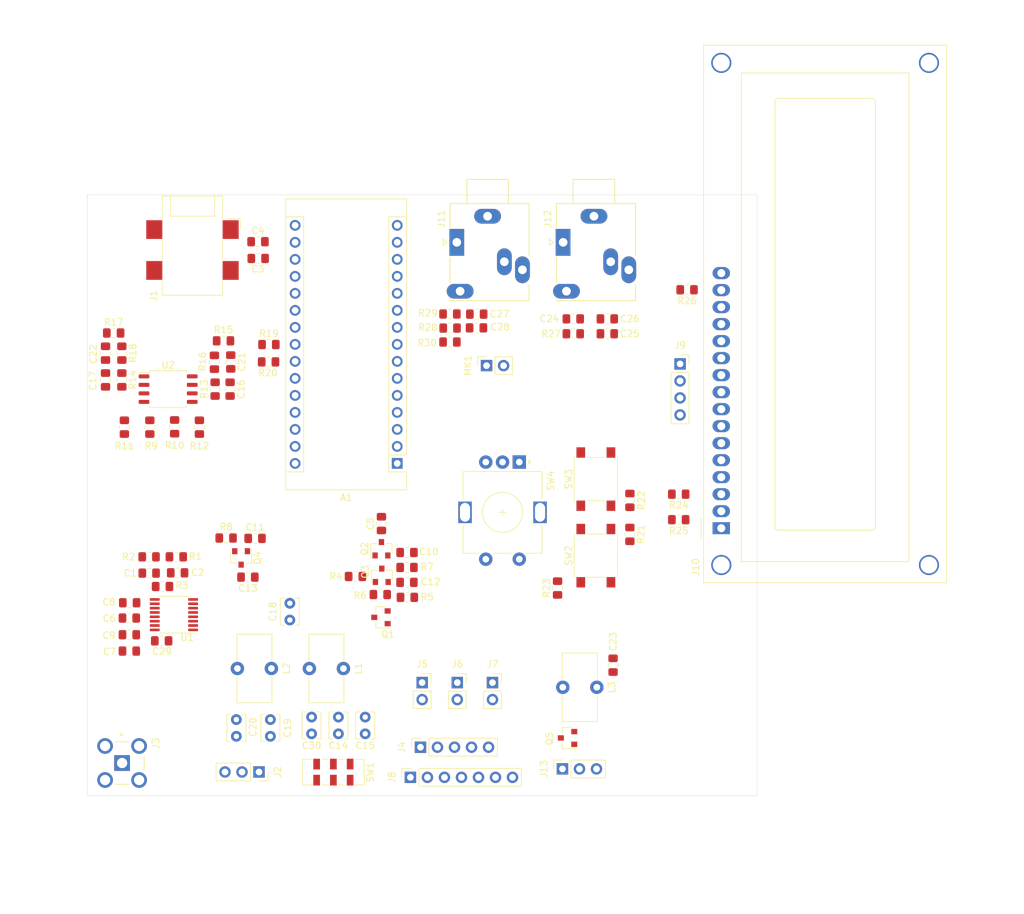
<source format=kicad_pcb>
(kicad_pcb (version 20171130) (host pcbnew 5.1.6+dfsg1-1)
  (layers (0 F.Cu signal) (1 In1.Cu power) (2 In2.Cu power) (31 B.Cu signal) (34 B.Paste user) (35 F.Paste user) (36 B.SilkS user) (37 F.SilkS user) (38 B.Mask user) (39 F.Mask user) (44 Edge.Cuts user))
  (net 0 "")
  (net 1 DIT)
  (net 2 DAH)
  (net 3 +12V)
  (net 4 SIG_OUT)
  (net 5 GND)
  (net 6 KEY_OUT)
  (net 7 "Net-(A1-Pad28)")
  (net 8 SIDETONE)
  (net 9 +5V)
  (net 10 RX)
  (net 11 "Net-(A1-Pad26)")
  (net 12 ROT_B)
  (net 13 "Net-(A1-Pad25)")
  (net 14 ROT_A)
  (net 15 SCL_3V3)
  (net 16 FREQCNT)
  (net 17 LCD_RS)
  (net 18 LCD_EN)
  (net 19 BUTTONS)
  (net 20 LCD_D7)
  (net 21 DVM)
  (net 22 LCD_D6)
  (net 23 AUDIO2)
  (net 24 AUDIO1)
  (net 25 "Net-(A1-Pad3)")
  (net 26 AREF)
  (net 27 LCD_D4)
  (net 28 +3V3)
  (net 29 LCD_D5)
  (net 30 "Net-(C1-Pad1)")
  (net 31 "Net-(C2-Pad2)")
  (net 32 demodIN)
  (net 33 180deg)
  (net 34 90deg)
  (net 35 270deg)
  (net 36 0deg)
  (net 37 "Net-(C10-Pad2)")
  (net 38 GateDrive)
  (net 39 "Net-(C12-Pad1)")
  (net 40 "Net-(C13-Pad2)")
  (net 41 RF)
  (net 42 "Net-(C14-Pad2)")
  (net 43 "Net-(C15-Pad2)")
  (net 44 "Net-(C16-Pad2)")
  (net 45 "Net-(C16-Pad1)")
  (net 46 "Net-(C17-Pad2)")
  (net 47 "Net-(C17-Pad1)")
  (net 48 "Net-(C18-Pad1)")
  (net 49 "Net-(C19-Pad1)")
  (net 50 "Net-(C24-Pad2)")
  (net 51 "Net-(C25-Pad1)")
  (net 52 "Net-(J1-Pad3)")
  (net 53 "Net-(J2-Pad3)")
  (net 54 "Net-(J2-Pad1)")
  (net 55 "Net-(J3-Pad1)")
  (net 56 "Net-(J4-Pad1)")
  (net 57 CLK0)
  (net 58 CLK1)
  (net 59 CLK2)
  (net 60 "Net-(J10-Pad15)")
  (net 61 "Net-(J10-Pad10)")
  (net 62 "Net-(J10-Pad9)")
  (net 63 "Net-(J10-Pad8)")
  (net 64 "Net-(J10-Pad7)")
  (net 65 "Net-(J10-Pad3)")
  (net 66 "Net-(J11-PadRN)")
  (net 67 "Net-(J11-PadTN)")
  (net 68 "Net-(J12-PadRN)")
  (net 69 "Net-(J12-PadTN)")
  (net 70 "Net-(Q1-Pad3)")
  (net 71 "Net-(Q1-Pad2)")
  (net 72 "Net-(R10-Pad2)")
  (net 73 "Net-(R11-Pad2)")
  (net 74 "Net-(R21-Pad2)")
  (net 75 "Net-(R22-Pad2)")
  (net 76 "Net-(U1-Pad7)")
  (net 77 "Net-(U1-Pad6)")
  (net 78 "Net-(U1-Pad5)")
  (net 79 "Net-(U1-Pad4)")
  (net 80 "Net-(U1-Pad3)")
  (module eec:Molex-73100-0114-0-0-0 (layer F.Cu) (at 90.34 138.26 270)
    (fp_text reference J3 (at -3.9 -9.25 90) (layer F.SilkS) (effects (justify right)))
    (fp_text value Antenna)
    (pad 5 thru_hole circle (at 2.54 -1.68 270) (size 2.34 2.34) (drill 1.54) (layers *.Cu))
    (pad 3 thru_hole circle (at 2.54 -6.76 270) (size 2.34 2.34) (drill 1.54) (layers *.Cu))
    (pad 4 thru_hole circle (at -2.54 -1.68 270) (size 2.34 2.34) (drill 1.54) (layers *.Cu))
    (pad 2 thru_hole circle (at -2.54 -6.76 270) (size 2.34 2.34) (drill 1.54) (layers *.Cu) (net 5 GND))
    (pad 1 thru_hole rect (at 0 -4.22 270) (size 2.34 2.34) (drill 1.54) (layers *.Cu) (net 55 "Net-(J3-Pad1)"))
  )
  (module Rotary_Encoder:RotaryEncoder_Alps_EC11E-Switch_Vertical_H20mm (layer F.Cu) (at 153.85 93.32 270)
    (fp_text reference SW4 (at 2.8 -4.7 90) (layer F.SilkS))
    (fp_text value "Rotary Encoder")
    (pad A thru_hole rect (at 0 0 270) (size 2 2) (drill 1) (layers *.Cu *.Mask) (net 14 ROT_A))
    (pad C thru_hole circle (at 0 2.5 270) (size 2 2) (drill 1) (layers *.Cu *.Mask) (net 5 GND))
    (pad B thru_hole circle (at 0 5 270) (size 2 2) (drill 1) (layers *.Cu *.Mask) (net 12 ROT_B))
    (pad MP thru_hole rect (at 7.5 -3.1 270) (size 3.2 2) (drill oval 2.8 1.5) (layers *.Cu *.Mask))
    (pad MP thru_hole rect (at 7.5 8.1 270) (size 3.2 2) (drill oval 2.8 1.5) (layers *.Cu *.Mask))
    (pad S2 thru_hole circle (at 14.5 0 270) (size 2 2) (drill 1) (layers *.Cu *.Mask) (net 19 BUTTONS))
    (pad S1 thru_hole circle (at 14.5 5 270) (size 2 2) (drill 1) (layers *.Cu *.Mask) (net 9 +5V))
  )
  (module Connector_PinSocket_2.54mm:PinSocket_1x04_P2.54mm_Vertical (layer F.Cu) (at 177.85 78.65)
    (fp_text reference J9 (at 0 -2.77) (layer F.SilkS))
    (fp_text value "SSD1306 OLED and I2C out")
    (pad 4 thru_hole oval (at 0 7.62) (size 1.7 1.7) (drill 1) (layers *.Cu *.Mask) (net 17 LCD_RS))
    (pad 3 thru_hole oval (at 0 5.08) (size 1.7 1.7) (drill 1) (layers *.Cu *.Mask) (net 15 SCL_3V3))
    (pad 2 thru_hole oval (at 0 2.54) (size 1.7 1.7) (drill 1) (layers *.Cu *.Mask) (net 28 +3V3))
    (pad 1 thru_hole rect (at 0 0) (size 1.7 1.7) (drill 1) (layers *.Cu *.Mask) (net 5 GND))
  )
  (module Display:WC1602A (layer F.Cu) (at 184.005 103.19 90)
    (fp_text reference J10 (at -5.82 -3.81 90) (layer F.SilkS))
    (fp_text value 1602LCD)
    (pad "" thru_hole circle (at 69.5 0 90) (size 3 3) (drill 2.5) (layers *.Cu *.Mask))
    (pad "" thru_hole circle (at 69.49948 31.0007 90) (size 3 3) (drill 2.5) (layers *.Cu *.Mask))
    (pad "" thru_hole circle (at -5.4991 31.0007 90) (size 3 3) (drill 2.5) (layers *.Cu *.Mask))
    (pad "" thru_hole circle (at -5.4991 0 90) (size 3 3) (drill 2.5) (layers *.Cu *.Mask))
    (pad 16 thru_hole oval (at 38.1 0 90) (size 1.8 2.6) (drill 1.2) (layers *.Cu *.Mask) (net 5 GND))
    (pad 15 thru_hole oval (at 35.56 0 90) (size 1.8 2.6) (drill 1.2) (layers *.Cu *.Mask) (net 60 "Net-(J10-Pad15)"))
    (pad 14 thru_hole oval (at 33.02 0 90) (size 1.8 2.6) (drill 1.2) (layers *.Cu *.Mask) (net 20 LCD_D7))
    (pad 13 thru_hole oval (at 30.48 0 90) (size 1.8 2.6) (drill 1.2) (layers *.Cu *.Mask) (net 22 LCD_D6))
    (pad 12 thru_hole oval (at 27.94 0 90) (size 1.8 2.6) (drill 1.2) (layers *.Cu *.Mask) (net 29 LCD_D5))
    (pad 11 thru_hole oval (at 25.4 0 90) (size 1.8 2.6) (drill 1.2) (layers *.Cu *.Mask) (net 27 LCD_D4))
    (pad 10 thru_hole oval (at 22.86 0 90) (size 1.8 2.6) (drill 1.2) (layers *.Cu *.Mask) (net 61 "Net-(J10-Pad10)"))
    (pad 9 thru_hole oval (at 20.32 0 90) (size 1.8 2.6) (drill 1.2) (layers *.Cu *.Mask) (net 62 "Net-(J10-Pad9)"))
    (pad 8 thru_hole oval (at 17.78 0 90) (size 1.8 2.6) (drill 1.2) (layers *.Cu *.Mask) (net 63 "Net-(J10-Pad8)"))
    (pad 7 thru_hole oval (at 15.24 0 90) (size 1.8 2.6) (drill 1.2) (layers *.Cu *.Mask) (net 64 "Net-(J10-Pad7)"))
    (pad 6 thru_hole oval (at 12.7 0 90) (size 1.8 2.6) (drill 1.2) (layers *.Cu *.Mask) (net 18 LCD_EN))
    (pad 5 thru_hole oval (at 10.16 0 90) (size 1.8 2.6) (drill 1.2) (layers *.Cu *.Mask) (net 5 GND))
    (pad 4 thru_hole oval (at 7.62 0 90) (size 1.8 2.6) (drill 1.2) (layers *.Cu *.Mask) (net 17 LCD_RS))
    (pad 3 thru_hole oval (at 5.08 0 90) (size 1.8 2.6) (drill 1.2) (layers *.Cu *.Mask) (net 65 "Net-(J10-Pad3)"))
    (pad 2 thru_hole oval (at 2.54 0 90) (size 1.8 2.6) (drill 1.2) (layers *.Cu *.Mask) (net 9 +5V))
    (pad 1 thru_hole rect (at 0 0 90) (size 1.8 2.6) (drill 1.2) (layers *.Cu *.Mask) (net 5 GND))
  )
  (module Package_SO:SOIC-8_5.275x5.275mm_P1.27mm (layer F.Cu) (at 101.4336 82.42)
    (fp_text reference U2 (at 0 -3.59) (layer F.SilkS))
    (fp_text value NE5532DR)
    (pad 8 smd roundrect (at 3.6 -1.905) (size 1.6 0.6) (layers F.Cu F.Paste F.Mask) (net 3 +12V))
    (pad 7 smd roundrect (at 3.6 -0.635) (size 1.6 0.6) (layers F.Cu F.Paste F.Mask) (net 45 "Net-(C16-Pad1)"))
    (pad 6 smd roundrect (at 3.6 0.635) (size 1.6 0.6) (layers F.Cu F.Paste F.Mask) (net 44 "Net-(C16-Pad2)"))
    (pad 5 smd roundrect (at 3.6 1.905) (size 1.6 0.6) (layers F.Cu F.Paste F.Mask) (net 72 "Net-(R10-Pad2)"))
    (pad 4 smd roundrect (at -3.6 1.905) (size 1.6 0.6) (layers F.Cu F.Paste F.Mask) (net 5 GND))
    (pad 3 smd roundrect (at -3.6 0.635) (size 1.6 0.6) (layers F.Cu F.Paste F.Mask) (net 73 "Net-(R11-Pad2)"))
    (pad 2 smd roundrect (at -3.6 -0.635) (size 1.6 0.6) (layers F.Cu F.Paste F.Mask) (net 46 "Net-(C17-Pad2)"))
    (pad 1 smd roundrect (at -3.6 -1.905) (size 1.6 0.6) (layers F.Cu F.Paste F.Mask) (net 47 "Net-(C17-Pad1)"))
  )
  (module Package_SO:TSSOP-16_4.4x5mm_P0.65mm (layer F.Cu) (at 102.2976 116.1036 180)
    (fp_text reference U1 (at -1.9812 -3.4036) (layer F.SilkS))
    (fp_text value SN74CBT3253PWR)
    (pad 16 smd roundrect (at 2.8625 -2.275 180) (size 1.475 0.4) (layers F.Cu F.Paste F.Mask) (net 9 +5V))
    (pad 15 smd roundrect (at 2.8625 -1.625 180) (size 1.475 0.4) (layers F.Cu F.Paste F.Mask) (net 5 GND))
    (pad 14 smd roundrect (at 2.8625 -0.975 180) (size 1.475 0.4) (layers F.Cu F.Paste F.Mask) (net 57 CLK0))
    (pad 13 smd roundrect (at 2.8625 -0.325 180) (size 1.475 0.4) (layers F.Cu F.Paste F.Mask) (net 34 90deg))
    (pad 12 smd roundrect (at 2.8625 0.325 180) (size 1.475 0.4) (layers F.Cu F.Paste F.Mask) (net 36 0deg))
    (pad 11 smd roundrect (at 2.8625 0.975 180) (size 1.475 0.4) (layers F.Cu F.Paste F.Mask) (net 33 180deg))
    (pad 10 smd roundrect (at 2.8625 1.625 180) (size 1.475 0.4) (layers F.Cu F.Paste F.Mask) (net 35 270deg))
    (pad 9 smd roundrect (at 2.8625 2.275 180) (size 1.475 0.4) (layers F.Cu F.Paste F.Mask) (net 31 "Net-(C2-Pad2)"))
    (pad 8 smd roundrect (at -2.8625 2.275 180) (size 1.475 0.4) (layers F.Cu F.Paste F.Mask) (net 5 GND))
    (pad 7 smd roundrect (at -2.8625 1.625 180) (size 1.475 0.4) (layers F.Cu F.Paste F.Mask) (net 76 "Net-(U1-Pad7)"))
    (pad 6 smd roundrect (at -2.8625 0.975 180) (size 1.475 0.4) (layers F.Cu F.Paste F.Mask) (net 77 "Net-(U1-Pad6)"))
    (pad 5 smd roundrect (at -2.8625 0.325 180) (size 1.475 0.4) (layers F.Cu F.Paste F.Mask) (net 78 "Net-(U1-Pad5)"))
    (pad 4 smd roundrect (at -2.8625 -0.325 180) (size 1.475 0.4) (layers F.Cu F.Paste F.Mask) (net 79 "Net-(U1-Pad4)"))
    (pad 3 smd roundrect (at -2.8625 -0.975 180) (size 1.475 0.4) (layers F.Cu F.Paste F.Mask) (net 80 "Net-(U1-Pad3)"))
    (pad 2 smd roundrect (at -2.8625 -1.625 180) (size 1.475 0.4) (layers F.Cu F.Paste F.Mask) (net 58 CLK1))
    (pad 1 smd roundrect (at -2.8625 -2.275 180) (size 1.475 0.4) (layers F.Cu F.Paste F.Mask) (net 5 GND))
  )
  (module Button_Switch_SMD:SW_Push_1P1T_NO_6x6mm_H9.5mm (layer F.Cu) (at 165.28 95.86 90)
    (fp_text reference SW3 (at 0 -4.05 90) (layer F.SilkS))
    (fp_text value R)
    (pad 2 smd rect (at 3.975 2.25 90) (size 1.55 1.3) (layers F.Cu F.Paste F.Mask) (net 75 "Net-(R22-Pad2)"))
    (pad 1 smd rect (at 3.975 -2.25 90) (size 1.55 1.3) (layers F.Cu F.Paste F.Mask) (net 19 BUTTONS))
    (pad 1 smd rect (at -3.975 -2.25 90) (size 1.55 1.3) (layers F.Cu F.Paste F.Mask) (net 19 BUTTONS))
    (pad 2 smd rect (at -3.975 2.25 90) (size 1.55 1.3) (layers F.Cu F.Paste F.Mask) (net 75 "Net-(R22-Pad2)"))
  )
  (module Button_Switch_SMD:SW_Push_1P1T_NO_6x6mm_H9.5mm (layer F.Cu) (at 165.28 107.29 90)
    (fp_text reference SW2 (at 0 -4.05 90) (layer F.SilkS))
    (fp_text value L)
    (pad 2 smd rect (at 3.975 2.25 90) (size 1.55 1.3) (layers F.Cu F.Paste F.Mask) (net 74 "Net-(R21-Pad2)"))
    (pad 1 smd rect (at 3.975 -2.25 90) (size 1.55 1.3) (layers F.Cu F.Paste F.Mask) (net 19 BUTTONS))
    (pad 1 smd rect (at -3.975 -2.25 90) (size 1.55 1.3) (layers F.Cu F.Paste F.Mask) (net 19 BUTTONS))
    (pad 2 smd rect (at -3.975 2.25 90) (size 1.55 1.3) (layers F.Cu F.Paste F.Mask) (net 74 "Net-(R21-Pad2)"))
  )
  (module Button_Switch_SMD:SW_DPDT_CK_JS202011JCQN (layer F.Cu) (at 126.1 139.62)
    (fp_text reference SW1 (at 5.5 0.03 90) (layer F.SilkS))
    (fp_text value SW_DPDT_x2)
    (pad 3 smd rect (at 2.5 -1.2) (size 1 1.6) (layers F.Cu F.Paste F.Mask) (net 54 "Net-(J2-Pad1)"))
    (pad 2 smd rect (at 0 -1.2) (size 1 1.6) (layers F.Cu F.Paste F.Mask) (net 41 RF))
    (pad 1 smd rect (at -2.5 -1.2) (size 1 1.6) (layers F.Cu F.Paste F.Mask) (net 42 "Net-(C14-Pad2)"))
    (pad 6 smd rect (at 2.5 1.2) (size 1 1.6) (layers F.Cu F.Paste F.Mask) (net 53 "Net-(J2-Pad3)"))
    (pad 5 smd rect (at 0 1.2) (size 1 1.6) (layers F.Cu F.Paste F.Mask) (net 55 "Net-(J3-Pad1)"))
    (pad 4 smd rect (at -2.5 1.2) (size 1 1.6) (layers F.Cu F.Paste F.Mask) (net 49 "Net-(C19-Pad1)"))
  )
  (module Resistor_SMD:R_0805_2012Metric_Pad1.15x1.40mm_HandSolder (layer F.Cu) (at 143.5 75.3826 180)
    (fp_text reference R30 (at 3.4036 -0.127) (layer F.SilkS))
    (fp_text value 10k)
    (pad 2 smd roundrect (at 1.025 0 180) (size 1.15 1.4) (layers F.Cu F.Paste F.Mask) (roundrect_rratio 0.217391) (net 9 +5V))
    (pad 1 smd roundrect (at -1.025 0 180) (size 1.15 1.4) (layers F.Cu F.Paste F.Mask) (roundrect_rratio 0.217391) (net 2 DAH))
  )
  (module Resistor_SMD:R_0805_2012Metric_Pad1.15x1.40mm_HandSolder (layer F.Cu) (at 143.525 73.3)
    (fp_text reference R29 (at -3.3274 -2.2352) (layer F.SilkS))
    (fp_text value 10k)
    (pad 2 smd roundrect (at 1.025 0) (size 1.15 1.4) (layers F.Cu F.Paste F.Mask) (roundrect_rratio 0.217391) (net 21 DVM))
    (pad 1 smd roundrect (at -1.025 0) (size 1.15 1.4) (layers F.Cu F.Paste F.Mask) (roundrect_rratio 0.217391) (net 5 GND))
  )
  (module Resistor_SMD:R_0805_2012Metric_Pad1.15x1.40mm_HandSolder (layer F.Cu) (at 143.5 71.2 180)
    (fp_text reference R28 (at 3.302 -2.0066) (layer F.SilkS))
    (fp_text value 10k)
    (pad 2 smd roundrect (at 1.025 0 180) (size 1.15 1.4) (layers F.Cu F.Paste F.Mask) (roundrect_rratio 0.217391) (net 26 AREF))
    (pad 1 smd roundrect (at -1.025 0 180) (size 1.15 1.4) (layers F.Cu F.Paste F.Mask) (roundrect_rratio 0.217391) (net 21 DVM))
  )
  (module Resistor_SMD:R_0805_2012Metric_Pad1.15x1.40mm_HandSolder (layer F.Cu) (at 161.91 74.15 180)
    (fp_text reference R27 (at 3.31 0) (layer F.SilkS))
    (fp_text value 270R)
    (pad 2 smd roundrect (at 1.025 0 180) (size 1.15 1.4) (layers F.Cu F.Paste F.Mask) (roundrect_rratio 0.217391) (net 50 "Net-(C24-Pad2)"))
    (pad 1 smd roundrect (at -1.025 0 180) (size 1.15 1.4) (layers F.Cu F.Paste F.Mask) (roundrect_rratio 0.217391) (net 51 "Net-(C25-Pad1)"))
  )
  (module Resistor_SMD:R_0805_2012Metric_Pad1.15x1.40mm_HandSolder (layer F.Cu) (at 178.8996 67.5792 180)
    (fp_text reference R26 (at 0 -1.65) (layer F.SilkS))
    (fp_text value 1k)
    (pad 2 smd roundrect (at 1.025 0 180) (size 1.15 1.4) (layers F.Cu F.Paste F.Mask) (roundrect_rratio 0.217391) (net 3 +12V))
    (pad 1 smd roundrect (at -1.025 0 180) (size 1.15 1.4) (layers F.Cu F.Paste F.Mask) (roundrect_rratio 0.217391) (net 60 "Net-(J10-Pad15)"))
  )
  (module Resistor_SMD:R_0805_2012Metric_Pad1.15x1.40mm_HandSolder (layer F.Cu) (at 177.655 101.92 180)
    (fp_text reference R25 (at 0 -1.65) (layer F.SilkS))
    (fp_text value 1k)
    (pad 2 smd roundrect (at 1.025 0 180) (size 1.15 1.4) (layers F.Cu F.Paste F.Mask) (roundrect_rratio 0.217391) (net 65 "Net-(J10-Pad3)"))
    (pad 1 smd roundrect (at -1.025 0 180) (size 1.15 1.4) (layers F.Cu F.Paste F.Mask) (roundrect_rratio 0.217391) (net 9 +5V))
  )
  (module Resistor_SMD:R_0805_2012Metric_Pad1.15x1.40mm_HandSolder (layer F.Cu) (at 177.655 98.11 180)
    (fp_text reference R24 (at 0 -1.65) (layer F.SilkS))
    (fp_text value 1k)
    (pad 2 smd roundrect (at 1.025 0 180) (size 1.15 1.4) (layers F.Cu F.Paste F.Mask) (roundrect_rratio 0.217391) (net 5 GND))
    (pad 1 smd roundrect (at -1.025 0 180) (size 1.15 1.4) (layers F.Cu F.Paste F.Mask) (roundrect_rratio 0.217391) (net 65 "Net-(J10-Pad3)"))
  )
  (module Resistor_SMD:R_0805_2012Metric_Pad1.15x1.40mm_HandSolder (layer F.Cu) (at 159.565 112.125 90)
    (fp_text reference R23 (at 0 -1.65 90) (layer F.SilkS))
    (fp_text value 10k)
    (pad 2 smd roundrect (at 1.025 0 90) (size 1.15 1.4) (layers F.Cu F.Paste F.Mask) (roundrect_rratio 0.217391) (net 19 BUTTONS))
    (pad 1 smd roundrect (at -1.025 0 90) (size 1.15 1.4) (layers F.Cu F.Paste F.Mask) (roundrect_rratio 0.217391) (net 5 GND))
  )
  (module Resistor_SMD:R_0805_2012Metric_Pad1.15x1.40mm_HandSolder (layer F.Cu) (at 170.36 99.035 90)
    (fp_text reference R22 (at 0 1.74 90) (layer F.SilkS))
    (fp_text value 1k)
    (pad 2 smd roundrect (at 1.025 0 90) (size 1.15 1.4) (layers F.Cu F.Paste F.Mask) (roundrect_rratio 0.217391) (net 75 "Net-(R22-Pad2)"))
    (pad 1 smd roundrect (at -1.025 0 90) (size 1.15 1.4) (layers F.Cu F.Paste F.Mask) (roundrect_rratio 0.217391) (net 9 +5V))
  )
  (module Resistor_SMD:R_0805_2012Metric_Pad1.15x1.40mm_HandSolder (layer F.Cu) (at 170.36 104.115 270)
    (fp_text reference R21 (at 0 -1.65 90) (layer F.SilkS))
    (fp_text value 3k3)
    (pad 2 smd roundrect (at 1.025 0 270) (size 1.15 1.4) (layers F.Cu F.Paste F.Mask) (roundrect_rratio 0.217391) (net 74 "Net-(R21-Pad2)"))
    (pad 1 smd roundrect (at -1.025 0 270) (size 1.15 1.4) (layers F.Cu F.Paste F.Mask) (roundrect_rratio 0.217391) (net 9 +5V))
  )
  (module Resistor_SMD:R_0805_2012Metric_Pad1.15x1.40mm_HandSolder (layer F.Cu) (at 116.4276 78.3512)
    (fp_text reference R20 (at -0.1016 1.6256) (layer F.SilkS))
    (fp_text value 1k)
    (pad 2 smd roundrect (at 1.025 0) (size 1.15 1.4) (layers F.Cu F.Paste F.Mask) (roundrect_rratio 0.217391) (net 15 SCL_3V3))
    (pad 1 smd roundrect (at -1.025 0) (size 1.15 1.4) (layers F.Cu F.Paste F.Mask) (roundrect_rratio 0.217391) (net 28 +3V3))
  )
  (module Resistor_SMD:R_0805_2012Metric_Pad1.15x1.40mm_HandSolder (layer F.Cu) (at 116.4784 75.7604)
    (fp_text reference R19 (at 0 -1.65) (layer F.SilkS))
    (fp_text value 1k)
    (pad 2 smd roundrect (at 1.025 0) (size 1.15 1.4) (layers F.Cu F.Paste F.Mask) (roundrect_rratio 0.217391) (net 17 LCD_RS))
    (pad 1 smd roundrect (at -1.025 0) (size 1.15 1.4) (layers F.Cu F.Paste F.Mask) (roundrect_rratio 0.217391) (net 28 +3V3))
  )
  (module Resistor_SMD:R_0805_2012Metric_Pad1.15x1.40mm_HandSolder (layer F.Cu) (at 94.5248 77.0442 270)
    (fp_text reference R18 (at 0 -1.65 90) (layer F.SilkS))
    (fp_text value 10k)
    (pad 2 smd roundrect (at 1.025 0 270) (size 1.15 1.4) (layers F.Cu F.Paste F.Mask) (roundrect_rratio 0.217391) (net 5 GND))
    (pad 1 smd roundrect (at -1.025 0 270) (size 1.15 1.4) (layers F.Cu F.Paste F.Mask) (roundrect_rratio 0.217391) (net 23 AUDIO2))
  )
  (module Resistor_SMD:R_0805_2012Metric_Pad1.15x1.40mm_HandSolder (layer F.Cu) (at 93.3056 74.038 180)
    (fp_text reference R17 (at 0.009 1.6256) (layer F.SilkS))
    (fp_text value 10k)
    (pad 2 smd roundrect (at 1.025 0 180) (size 1.15 1.4) (layers F.Cu F.Paste F.Mask) (roundrect_rratio 0.217391) (net 23 AUDIO2))
    (pad 1 smd roundrect (at -1.025 0 180) (size 1.15 1.4) (layers F.Cu F.Paste F.Mask) (roundrect_rratio 0.217391) (net 26 AREF))
  )
  (module Resistor_SMD:R_0805_2012Metric_Pad1.15x1.40mm_HandSolder (layer F.Cu) (at 108.3424 78.4068 270)
    (fp_text reference R16 (at -0.1016 1.778 90) (layer F.SilkS))
    (fp_text value 10k)
    (pad 2 smd roundrect (at 1.025 0 270) (size 1.15 1.4) (layers F.Cu F.Paste F.Mask) (roundrect_rratio 0.217391) (net 5 GND))
    (pad 1 smd roundrect (at -1.025 0 270) (size 1.15 1.4) (layers F.Cu F.Paste F.Mask) (roundrect_rratio 0.217391) (net 24 AUDIO1))
  )
  (module Resistor_SMD:R_0805_2012Metric_Pad1.15x1.40mm_HandSolder (layer F.Cu) (at 109.705 75.2064)
    (fp_text reference R15 (at 0 -1.65) (layer F.SilkS))
    (fp_text value 10k)
    (pad 2 smd roundrect (at 1.025 0) (size 1.15 1.4) (layers F.Cu F.Paste F.Mask) (roundrect_rratio 0.217391) (net 24 AUDIO1))
    (pad 1 smd roundrect (at -1.025 0) (size 1.15 1.4) (layers F.Cu F.Paste F.Mask) (roundrect_rratio 0.217391) (net 26 AREF))
  )
  (module Resistor_SMD:R_0805_2012Metric_Pad1.15x1.40mm_HandSolder (layer F.Cu) (at 94.5248 81.0484 90)
    (fp_text reference R14 (at 0 1.6256 90) (layer F.SilkS))
    (fp_text value 82k)
    (pad 2 smd roundrect (at 1.025 0 90) (size 1.15 1.4) (layers F.Cu F.Paste F.Mask) (roundrect_rratio 0.217391) (net 47 "Net-(C17-Pad1)"))
    (pad 1 smd roundrect (at -1.025 0 90) (size 1.15 1.4) (layers F.Cu F.Paste F.Mask) (roundrect_rratio 0.217391) (net 46 "Net-(C17-Pad2)"))
  )
  (module Resistor_SMD:R_0805_2012Metric_Pad1.15x1.40mm_HandSolder (layer F.Cu) (at 108.444 82.42 90)
    (fp_text reference R13 (at 0 -1.65 90) (layer F.SilkS))
    (fp_text value 82k)
    (pad 2 smd roundrect (at 1.025 0 90) (size 1.15 1.4) (layers F.Cu F.Paste F.Mask) (roundrect_rratio 0.217391) (net 45 "Net-(C16-Pad1)"))
    (pad 1 smd roundrect (at -1.025 0 90) (size 1.15 1.4) (layers F.Cu F.Paste F.Mask) (roundrect_rratio 0.217391) (net 44 "Net-(C16-Pad2)"))
  )
  (module Resistor_SMD:R_0805_2012Metric_Pad1.15x1.40mm_HandSolder (layer F.Cu) (at 106.1 88.1 90)
    (fp_text reference R12 (at -2.8 0 180) (layer F.SilkS))
    (fp_text value 100R)
    (pad 2 smd roundrect (at 1.025 0 90) (size 1.15 1.4) (layers F.Cu F.Paste F.Mask) (roundrect_rratio 0.217391) (net 46 "Net-(C17-Pad2)"))
    (pad 1 smd roundrect (at -1.025 0 90) (size 1.15 1.4) (layers F.Cu F.Paste F.Mask) (roundrect_rratio 0.217391) (net 35 270deg))
  )
  (module Resistor_SMD:R_0805_2012Metric_Pad1.15x1.40mm_HandSolder (layer F.Cu) (at 94.9 88.1 90)
    (fp_text reference R11 (at -2.8 0 180) (layer F.SilkS))
    (fp_text value 100R)
    (pad 2 smd roundrect (at 1.025 0 90) (size 1.15 1.4) (layers F.Cu F.Paste F.Mask) (roundrect_rratio 0.217391) (net 73 "Net-(R11-Pad2)"))
    (pad 1 smd roundrect (at -1.025 0 90) (size 1.15 1.4) (layers F.Cu F.Paste F.Mask) (roundrect_rratio 0.217391) (net 34 90deg))
  )
  (module Resistor_SMD:R_0805_2012Metric_Pad1.15x1.40mm_HandSolder (layer F.Cu) (at 102.4 88.05 90)
    (fp_text reference R10 (at -2.75 0 180) (layer F.SilkS))
    (fp_text value 100R)
    (pad 2 smd roundrect (at 1.025 0 90) (size 1.15 1.4) (layers F.Cu F.Paste F.Mask) (roundrect_rratio 0.217391) (net 72 "Net-(R10-Pad2)"))
    (pad 1 smd roundrect (at -1.025 0 90) (size 1.15 1.4) (layers F.Cu F.Paste F.Mask) (roundrect_rratio 0.217391) (net 33 180deg))
  )
  (module Resistor_SMD:R_0805_2012Metric_Pad1.15x1.40mm_HandSolder (layer F.Cu) (at 98.7 88.1 90)
    (fp_text reference R9 (at -2.8 0.2 180) (layer F.SilkS))
    (fp_text value 100R)
    (pad 2 smd roundrect (at 1.025 0 90) (size 1.15 1.4) (layers F.Cu F.Paste F.Mask) (roundrect_rratio 0.217391) (net 44 "Net-(C16-Pad2)"))
    (pad 1 smd roundrect (at -1.025 0 90) (size 1.15 1.4) (layers F.Cu F.Paste F.Mask) (roundrect_rratio 0.217391) (net 36 0deg))
  )
  (module Resistor_SMD:R_0805_2012Metric_Pad1.15x1.40mm_HandSolder (layer F.Cu) (at 110.0908 104.6584)
    (fp_text reference R8 (at 0 -1.65) (layer F.SilkS))
    (fp_text value 1k)
    (pad 2 smd roundrect (at 1.025 0) (size 1.15 1.4) (layers F.Cu F.Paste F.Mask) (roundrect_rratio 0.217391) (net 32 demodIN))
    (pad 1 smd roundrect (at -1.025 0) (size 1.15 1.4) (layers F.Cu F.Paste F.Mask) (roundrect_rratio 0.217391) (net 5 GND))
  )
  (module Resistor_SMD:R_0805_2012Metric_Pad1.15x1.40mm_HandSolder (layer F.Cu) (at 137.0934 109.0556)
    (fp_text reference R7 (at 3.0066 -0.1056) (layer F.SilkS))
    (fp_text value 10k)
    (pad 2 smd roundrect (at 1.025 0) (size 1.15 1.4) (layers F.Cu F.Paste F.Mask) (roundrect_rratio 0.217391) (net 38 GateDrive))
    (pad 1 smd roundrect (at -1.025 0) (size 1.15 1.4) (layers F.Cu F.Paste F.Mask) (roundrect_rratio 0.217391) (net 39 "Net-(C12-Pad1)"))
  )
  (module Resistor_SMD:R_0805_2012Metric_Pad1.15x1.40mm_HandSolder (layer F.Cu) (at 133.1 113.1 180)
    (fp_text reference R6 (at 3.0066 -0.1416) (layer F.SilkS))
    (fp_text value 10k)
    (pad 2 smd roundrect (at 1.025 0 180) (size 1.15 1.4) (layers F.Cu F.Paste F.Mask) (roundrect_rratio 0.217391) (net 4 SIG_OUT))
    (pad 1 smd roundrect (at -1.025 0 180) (size 1.15 1.4) (layers F.Cu F.Paste F.Mask) (roundrect_rratio 0.217391) (net 39 "Net-(C12-Pad1)"))
  )
  (module Resistor_SMD:R_0805_2012Metric_Pad1.15x1.40mm_HandSolder (layer F.Cu) (at 137.1442 113.5152 180)
    (fp_text reference R5 (at -2.9558 0.0652) (layer F.SilkS))
    (fp_text value 22R)
    (pad 2 smd roundrect (at 1.025 0 180) (size 1.15 1.4) (layers F.Cu F.Paste F.Mask) (roundrect_rratio 0.217391) (net 71 "Net-(Q1-Pad2)"))
    (pad 1 smd roundrect (at -1.025 0 180) (size 1.15 1.4) (layers F.Cu F.Paste F.Mask) (roundrect_rratio 0.217391) (net 5 GND))
  )
  (module Resistor_SMD:R_0805_2012Metric_Pad1.15x1.40mm_HandSolder (layer F.Cu) (at 129.4 110.4 180)
    (fp_text reference R4 (at 2.9202 0.0092) (layer F.SilkS))
    (fp_text value 47R)
    (pad 2 smd roundrect (at 1.025 0 180) (size 1.15 1.4) (layers F.Cu F.Paste F.Mask) (roundrect_rratio 0.217391) (net 3 +12V))
    (pad 1 smd roundrect (at -1.025 0 180) (size 1.15 1.4) (layers F.Cu F.Paste F.Mask) (roundrect_rratio 0.217391) (net 70 "Net-(Q1-Pad3)"))
  )
  (module Resistor_SMD:R_0805_2012Metric_Pad1.15x1.40mm_HandSolder (layer F.Cu) (at 100.6 111.9)
    (fp_text reference R3 (at 2.9046 -0.1524) (layer F.SilkS))
    (fp_text value 1k)
    (pad 2 smd roundrect (at 1.025 0) (size 1.15 1.4) (layers F.Cu F.Paste F.Mask) (roundrect_rratio 0.217391) (net 31 "Net-(C2-Pad2)"))
    (pad 1 smd roundrect (at -1.025 0) (size 1.15 1.4) (layers F.Cu F.Paste F.Mask) (roundrect_rratio 0.217391) (net 30 "Net-(C1-Pad1)"))
  )
  (module Resistor_SMD:R_0805_2012Metric_Pad1.15x1.40mm_HandSolder (layer F.Cu) (at 98.5892 107.4676 180)
    (fp_text reference R2 (at 3.048 0) (layer F.SilkS))
    (fp_text value 10k)
    (pad 2 smd roundrect (at 1.025 0 180) (size 1.15 1.4) (layers F.Cu F.Paste F.Mask) (roundrect_rratio 0.217391) (net 5 GND))
    (pad 1 smd roundrect (at -1.025 0 180) (size 1.15 1.4) (layers F.Cu F.Paste F.Mask) (roundrect_rratio 0.217391) (net 30 "Net-(C1-Pad1)"))
  )
  (module Resistor_SMD:R_0805_2012Metric_Pad1.15x1.40mm_HandSolder (layer F.Cu) (at 102.6532 107.4676 180)
    (fp_text reference R1 (at -2.8448 0.0508) (layer F.SilkS))
    (fp_text value 10k)
    (pad 2 smd roundrect (at 1.025 0 180) (size 1.15 1.4) (layers F.Cu F.Paste F.Mask) (roundrect_rratio 0.217391) (net 30 "Net-(C1-Pad1)"))
    (pad 1 smd roundrect (at -1.025 0 180) (size 1.15 1.4) (layers F.Cu F.Paste F.Mask) (roundrect_rratio 0.217391) (net 9 +5V))
  )
  (module Package_TO_SOT_SMD:SOT-23 (layer F.Cu) (at 161.0576 134.5192 180)
    (fp_text reference Q5 (at 2.6924 -0.1016 270) (layer F.SilkS))
    (fp_text value IRLML2060)
    (pad 3 smd rect (at 1 0 180) (size 0.9 0.8) (layers F.Cu F.Paste F.Mask) (net 41 RF))
    (pad 2 smd rect (at -1 0.95 180) (size 0.9 0.8) (layers F.Cu F.Paste F.Mask) (net 5 GND))
    (pad 1 smd rect (at -1 -0.95 180) (size 0.9 0.8) (layers F.Cu F.Paste F.Mask) (net 38 GateDrive))
  )
  (module Package_TO_SOT_SMD:SOT-23 (layer F.Cu) (at 112.326 107.6302 270)
    (fp_text reference Q4 (at 0 -2.5 90) (layer F.SilkS))
    (fp_text value 2N7002)
    (pad 3 smd rect (at 1 0 270) (size 0.9 0.8) (layers F.Cu F.Paste F.Mask) (net 40 "Net-(C13-Pad2)"))
    (pad 2 smd rect (at -1 0.95 270) (size 0.9 0.8) (layers F.Cu F.Paste F.Mask) (net 32 demodIN))
    (pad 1 smd rect (at -1 -0.95 270) (size 0.9 0.8) (layers F.Cu F.Paste F.Mask) (net 10 RX))
  )
  (module Package_TO_SOT_SMD:SOT-23 (layer F.Cu) (at 133.3252 110.224 90)
    (fp_text reference Q3 (at 0.524 -2.4752 90) (layer F.SilkS))
    (fp_text value S9012)
    (pad 3 smd rect (at 1 0 90) (size 0.9 0.8) (layers F.Cu F.Paste F.Mask) (net 5 GND))
    (pad 2 smd rect (at -1 0.95 90) (size 0.9 0.8) (layers F.Cu F.Paste F.Mask) (net 37 "Net-(C10-Pad2)"))
    (pad 1 smd rect (at -1 -0.95 90) (size 0.9 0.8) (layers F.Cu F.Paste F.Mask) (net 70 "Net-(Q1-Pad3)"))
  )
  (module Package_TO_SOT_SMD:SOT-23 (layer F.Cu) (at 133.2744 106.2616 90)
    (fp_text reference Q2 (at 0 -2.5 90) (layer F.SilkS))
    (fp_text value S9013)
    (pad 3 smd rect (at 1 0 90) (size 0.9 0.8) (layers F.Cu F.Paste F.Mask) (net 3 +12V))
    (pad 2 smd rect (at -1 0.95 90) (size 0.9 0.8) (layers F.Cu F.Paste F.Mask) (net 37 "Net-(C10-Pad2)"))
    (pad 1 smd rect (at -1 -0.95 90) (size 0.9 0.8) (layers F.Cu F.Paste F.Mask) (net 70 "Net-(Q1-Pad3)"))
  )
  (module Package_TO_SOT_SMD:SOT-23 (layer F.Cu) (at 133.2 116.5 180)
    (fp_text reference Q1 (at -1.0604 -2.526) (layer F.SilkS))
    (fp_text value S9013)
    (pad 3 smd rect (at 1 0 180) (size 0.9 0.8) (layers F.Cu F.Paste F.Mask) (net 70 "Net-(Q1-Pad3)"))
    (pad 2 smd rect (at -1 0.95 180) (size 0.9 0.8) (layers F.Cu F.Paste F.Mask) (net 71 "Net-(Q1-Pad2)"))
    (pad 1 smd rect (at -1 -0.95 180) (size 0.9 0.8) (layers F.Cu F.Paste F.Mask) (net 59 CLK2))
  )
  (module Connector_PinSocket_2.54mm:PinSocket_1x02_P2.54mm_Vertical (layer F.Cu) (at 148.965 78.91 90)
    (fp_text reference MK1 (at 0 -2.77 90) (layer F.SilkS))
    (fp_text value "Condenser Mic")
    (pad 2 thru_hole oval (at 0 2.54 90) (size 1.7 1.7) (drill 1) (layers *.Cu *.Mask) (net 66 "Net-(J11-PadRN)"))
    (pad 1 thru_hole rect (at 0 0 90) (size 1.7 1.7) (drill 1) (layers *.Cu *.Mask) (net 5 GND))
  )
  (module Inductor_THT:L_Toroid_Vertical_L10.0mm_W5.0mm_P5.08mm (layer F.Cu) (at 165.4264 126.95 270)
    (fp_text reference L3 (at 0 -2.25 90) (layer F.SilkS))
    (fp_text value 22T/FT37-43)
    (pad 2 thru_hole circle (at 0 5.08 270) (size 2 2) (drill 1) (layers *.Cu *.Mask) (net 41 RF))
    (pad 1 thru_hole circle (at 0 0 270) (size 2 2) (drill 1) (layers *.Cu *.Mask) (net 3 +12V))
  )
  (module Inductor_THT:L_Toroid_Vertical_L10.0mm_W5.0mm_P5.08mm (layer F.Cu) (at 116.85 124.1428 270)
    (fp_text reference L2 (at 0 -2.25 90) (layer F.SilkS))
    (fp_text value 8T/T37-6)
    (pad 2 thru_hole circle (at 0 5.08 270) (size 2 2) (drill 1) (layers *.Cu *.Mask) (net 49 "Net-(C19-Pad1)"))
    (pad 1 thru_hole circle (at 0 0 270) (size 2 2) (drill 1) (layers *.Cu *.Mask) (net 48 "Net-(C18-Pad1)"))
  )
  (module Inductor_THT:L_Toroid_Vertical_L10.0mm_W5.0mm_P5.08mm (layer F.Cu) (at 127.6 124.15 270)
    (fp_text reference L1 (at 0 -2.25 90) (layer F.SilkS))
    (fp_text value 12T/T37-6)
    (pad 2 thru_hole circle (at 0 5.08 270) (size 2 2) (drill 1) (layers *.Cu *.Mask) (net 48 "Net-(C18-Pad1)"))
    (pad 1 thru_hole circle (at 0 0 270) (size 2 2) (drill 1) (layers *.Cu *.Mask) (net 43 "Net-(C15-Pad2)"))
  )
  (module Connector_PinSocket_2.54mm:PinSocket_1x03_P2.54mm_Vertical (layer F.Cu) (at 160.2956 139.142 90)
    (fp_text reference J13 (at 0 -2.77 90) (layer F.SilkS))
    (fp_text value "PA MOSFETs")
    (pad 3 thru_hole oval (at 0 5.08 90) (size 1.7 1.7) (drill 1) (layers *.Cu *.Mask) (net 5 GND))
    (pad 2 thru_hole oval (at 0 2.54 90) (size 1.7 1.7) (drill 1) (layers *.Cu *.Mask) (net 38 GateDrive))
    (pad 1 thru_hole rect (at 0 0 90) (size 1.7 1.7) (drill 1) (layers *.Cu *.Mask) (net 41 RF))
  )
  (module Connector_Audio:Jack_3.5mm_Ledino_KB3SPRS_Horizontal (layer F.Cu) (at 160.395 60.495 270)
    (fp_text reference J12 (at -3.5 2.3 90) (layer F.SilkS))
    (fp_text value PJ-324M)
    (pad S thru_hole oval (at -3.9 -4.6 270) (size 2.2 4) (drill 1.3) (layers *.Cu *.Mask) (net 5 GND))
    (pad R thru_hole oval (at 4.1 -9.8 270) (size 4 2.2) (drill 1.3) (layers *.Cu *.Mask) (net 51 "Net-(C25-Pad1)"))
    (pad RN thru_hole oval (at 2.9 -7.1 270) (size 4 2.2) (drill 1.3) (layers *.Cu *.Mask) (net 68 "Net-(J12-PadRN)"))
    (pad TN thru_hole oval (at 7.3 -0.5) (size 4 2.2) (drill 1.3) (layers *.Cu *.Mask) (net 69 "Net-(J12-PadTN)"))
    (pad T thru_hole rect (at 0 0 270) (size 4 2.2) (drill 1.3) (layers *.Cu *.Mask) (net 51 "Net-(C25-Pad1)"))
  )
  (module Connector_Audio:Jack_3.5mm_Ledino_KB3SPRS_Horizontal (layer F.Cu) (at 144.52 60.495 270)
    (fp_text reference J11 (at -3.5 2.3 90) (layer F.SilkS))
    (fp_text value PJ-324M)
    (pad S thru_hole oval (at -3.9 -4.6 270) (size 2.2 4) (drill 1.3) (layers *.Cu *.Mask) (net 5 GND))
    (pad R thru_hole oval (at 4.1 -9.8 270) (size 4 2.2) (drill 1.3) (layers *.Cu *.Mask) (net 2 DAH))
    (pad RN thru_hole oval (at 2.9 -7.1 270) (size 4 2.2) (drill 1.3) (layers *.Cu *.Mask) (net 66 "Net-(J11-PadRN)"))
    (pad TN thru_hole oval (at 7.3 -0.5) (size 4 2.2) (drill 1.3) (layers *.Cu *.Mask) (net 67 "Net-(J11-PadTN)"))
    (pad T thru_hole rect (at 0 0 270) (size 4 2.2) (drill 1.3) (layers *.Cu *.Mask) (net 1 DIT))
  )
  (module Connector_PinSocket_2.54mm:PinSocket_1x07_P2.54mm_Vertical (layer F.Cu) (at 137.6 140.4 90)
    (fp_text reference J8 (at 0 -2.77 90) (layer F.SilkS))
    (fp_text value "Adafruit si5351")
    (pad 7 thru_hole oval (at 0 15.24 90) (size 1.7 1.7) (drill 1) (layers *.Cu *.Mask) (net 57 CLK0))
    (pad 6 thru_hole oval (at 0 12.7 90) (size 1.7 1.7) (drill 1) (layers *.Cu *.Mask) (net 58 CLK1))
    (pad 5 thru_hole oval (at 0 10.16 90) (size 1.7 1.7) (drill 1) (layers *.Cu *.Mask) (net 59 CLK2))
    (pad 4 thru_hole oval (at 0 7.62 90) (size 1.7 1.7) (drill 1) (layers *.Cu *.Mask) (net 15 SCL_3V3))
    (pad 3 thru_hole oval (at 0 5.08 90) (size 1.7 1.7) (drill 1) (layers *.Cu *.Mask) (net 17 LCD_RS))
    (pad 2 thru_hole oval (at 0 2.54 90) (size 1.7 1.7) (drill 1) (layers *.Cu *.Mask) (net 5 GND))
    (pad 1 thru_hole rect (at 0 0 90) (size 1.7 1.7) (drill 1) (layers *.Cu *.Mask) (net 28 +3V3))
  )
  (module Connector_PinSocket_2.54mm:PinSocket_1x02_P2.54mm_Vertical (layer F.Cu) (at 149.85 126.25)
    (fp_text reference J7 (at 0 -2.77) (layer F.SilkS))
    (fp_text value "EK CLK2")
    (pad 2 thru_hole oval (at 0 2.54) (size 1.7 1.7) (drill 1) (layers *.Cu *.Mask) (net 5 GND))
    (pad 1 thru_hole rect (at 0 0) (size 1.7 1.7) (drill 1) (layers *.Cu *.Mask) (net 59 CLK2))
  )
  (module Connector_PinSocket_2.54mm:PinSocket_1x02_P2.54mm_Vertical (layer F.Cu) (at 144.6 126.25)
    (fp_text reference J6 (at 0 -2.77) (layer F.SilkS))
    (fp_text value "EK CLK1")
    (pad 2 thru_hole oval (at 0 2.54) (size 1.7 1.7) (drill 1) (layers *.Cu *.Mask) (net 5 GND))
    (pad 1 thru_hole rect (at 0 0) (size 1.7 1.7) (drill 1) (layers *.Cu *.Mask) (net 58 CLK1))
  )
  (module Connector_PinSocket_2.54mm:PinSocket_1x02_P2.54mm_Vertical (layer F.Cu) (at 139.35 126.25)
    (fp_text reference J5 (at 0 -2.77) (layer F.SilkS))
    (fp_text value "EK CLK0")
    (pad 2 thru_hole oval (at 0 2.54) (size 1.7 1.7) (drill 1) (layers *.Cu *.Mask) (net 5 GND))
    (pad 1 thru_hole rect (at 0 0) (size 1.7 1.7) (drill 1) (layers *.Cu *.Mask) (net 57 CLK0))
  )
  (module Connector_PinSocket_2.54mm:PinSocket_1x05_P2.54mm_Vertical (layer F.Cu) (at 139.1 135.9 90)
    (fp_text reference J4 (at 0 -2.77 90) (layer F.SilkS))
    (fp_text value "Etherkit si5351")
    (pad 5 thru_hole oval (at 0 10.16 90) (size 1.7 1.7) (drill 1) (layers *.Cu *.Mask) (net 5 GND))
    (pad 4 thru_hole oval (at 0 7.62 90) (size 1.7 1.7) (drill 1) (layers *.Cu *.Mask) (net 17 LCD_RS))
    (pad 3 thru_hole oval (at 0 5.08 90) (size 1.7 1.7) (drill 1) (layers *.Cu *.Mask) (net 15 SCL_3V3))
    (pad 2 thru_hole oval (at 0 2.54 90) (size 1.7 1.7) (drill 1) (layers *.Cu *.Mask) (net 28 +3V3))
    (pad 1 thru_hole rect (at 0 0 90) (size 1.7 1.7) (drill 1) (layers *.Cu *.Mask) (net 56 "Net-(J4-Pad1)"))
  )
  (module Connector_PinSocket_2.54mm:PinSocket_1x03_P2.54mm_Vertical (layer F.Cu) (at 115 139.6 270)
    (fp_text reference J2 (at 0 -2.77 90) (layer F.SilkS))
    (fp_text value FilterConn)
    (pad 3 thru_hole oval (at 0 5.08 270) (size 1.7 1.7) (drill 1) (layers *.Cu *.Mask) (net 53 "Net-(J2-Pad3)"))
    (pad 2 thru_hole oval (at 0 2.54 270) (size 1.7 1.7) (drill 1) (layers *.Cu *.Mask) (net 5 GND))
    (pad 1 thru_hole rect (at 0 0 270) (size 1.7 1.7) (drill 1) (layers *.Cu *.Mask) (net 54 "Net-(J2-Pad1)"))
  )
  (module uSDX-x:BarrelJack_XKB_DC-005-5A-2.0-SMT_Horizontal (layer F.Cu) (at 110.865 58.59 270)
    (fp_text reference J1 (at 9.9 11.6 270) (layer F.SilkS))
    (fp_text value "DC Jack")
    (pad 2 smd rect (at 0 10.3) (size 2.4 2.8) (drill (offset -1.2 0)) (layers F.Cu F.Paste F.Mask) (net 5 GND))
    (pad 3 smd rect (at 6.1 10.3) (size 2.4 2.8) (drill (offset -1.2 0)) (layers F.Cu F.Paste F.Mask) (net 52 "Net-(J1-Pad3)"))
    (pad 1 smd rect (at 6.1 1.3) (size 2.4 2.8) (drill (offset 1.2 0)) (layers F.Cu F.Paste F.Mask) (net 3 +12V))
    (pad 1 smd rect (at 0 1.3) (size 2.4 2.8) (drill (offset 1.2 0)) (layers F.Cu F.Paste F.Mask) (net 3 +12V))
    (pad "" np_thru_hole circle (at 4.5 5.8) (size 1.8 1.8) (drill 1.8) (layers *.Cu *.Mask))
    (pad "" np_thru_hole circle (at 0 5.8) (size 1.6 1.6) (drill 1.6) (layers *.Cu *.Mask))
  )
  (module Capacitor_THT:C_Disc_D3.8mm_W2.6mm_P2.50mm (layer F.Cu) (at 122.85 131.4 270)
    (fp_text reference C30 (at 4.25 0 180) (layer F.SilkS))
    (fp_text value 200p)
    (pad 2 thru_hole circle (at 2.5 0 270) (size 1.6 1.6) (drill 0.8) (layers *.Cu *.Mask) (net 43 "Net-(C15-Pad2)"))
    (pad 1 thru_hole circle (at 0 0 270) (size 1.6 1.6) (drill 0.8) (layers *.Cu *.Mask) (net 42 "Net-(C14-Pad2)"))
  )
  (module Capacitor_SMD:C_0805_2012Metric_Pad1.15x1.40mm_HandSolder (layer F.Cu) (at 100.4688 120.0152)
    (fp_text reference C29 (at 0.0508 1.5748) (layer F.SilkS))
    (fp_text value 100n)
    (pad 2 smd roundrect (at 1.025 0) (size 1.15 1.4) (layers F.Cu F.Paste F.Mask) (roundrect_rratio 0.217391) (net 5 GND))
    (pad 1 smd roundrect (at -1.025 0) (size 1.15 1.4) (layers F.Cu F.Paste F.Mask) (roundrect_rratio 0.217391) (net 9 +5V))
  )
  (module Capacitor_SMD:C_0805_2012Metric_Pad1.15x1.40mm_HandSolder (layer F.Cu) (at 147.4614 73.2706 180)
    (fp_text reference C28 (at -3.5176 0.1308) (layer F.SilkS))
    (fp_text value 100n)
    (pad 2 smd roundrect (at 1.025 0 180) (size 1.15 1.4) (layers F.Cu F.Paste F.Mask) (roundrect_rratio 0.217391) (net 21 DVM))
    (pad 1 smd roundrect (at -1.025 0 180) (size 1.15 1.4) (layers F.Cu F.Paste F.Mask) (roundrect_rratio 0.217391) (net 2 DAH))
  )
  (module Capacitor_SMD:C_0805_2012Metric_Pad1.15x1.40mm_HandSolder (layer F.Cu) (at 147.4998 71.217)
    (fp_text reference C27 (at 3.4002 -0.017) (layer F.SilkS))
    (fp_text value 10n)
    (pad 2 smd roundrect (at 1.025 0) (size 1.15 1.4) (layers F.Cu F.Paste F.Mask) (roundrect_rratio 0.217391) (net 2 DAH))
    (pad 1 smd roundrect (at -1.025 0) (size 1.15 1.4) (layers F.Cu F.Paste F.Mask) (roundrect_rratio 0.217391) (net 5 GND))
  )
  (module Capacitor_SMD:C_0805_2012Metric_Pad1.15x1.40mm_HandSolder (layer F.Cu) (at 166.99 71.925 180)
    (fp_text reference C26 (at -3.36 0.025) (layer F.SilkS))
    (fp_text value 100n)
    (pad 2 smd roundrect (at 1.025 0 180) (size 1.15 1.4) (layers F.Cu F.Paste F.Mask) (roundrect_rratio 0.217391) (net 5 GND))
    (pad 1 smd roundrect (at -1.025 0 180) (size 1.15 1.4) (layers F.Cu F.Paste F.Mask) (roundrect_rratio 0.217391) (net 51 "Net-(C25-Pad1)"))
  )
  (module Capacitor_SMD:C_0805_2012Metric_Pad1.15x1.40mm_HandSolder (layer F.Cu) (at 166.99 74.15 180)
    (fp_text reference C25 (at -3.36 0) (layer F.SilkS))
    (fp_text value 100n)
    (pad 2 smd roundrect (at 1.025 0 180) (size 1.15 1.4) (layers F.Cu F.Paste F.Mask) (roundrect_rratio 0.217391) (net 5 GND))
    (pad 1 smd roundrect (at -1.025 0 180) (size 1.15 1.4) (layers F.Cu F.Paste F.Mask) (roundrect_rratio 0.217391) (net 51 "Net-(C25-Pad1)"))
  )
  (module Capacitor_SMD:C_0805_2012Metric_Pad1.15x1.40mm_HandSolder (layer F.Cu) (at 161.91 71.925)
    (fp_text reference C24 (at -3.56 -0.025) (layer F.SilkS))
    (fp_text value 10u)
    (pad 2 smd roundrect (at 1.025 0) (size 1.15 1.4) (layers F.Cu F.Paste F.Mask) (roundrect_rratio 0.217391) (net 50 "Net-(C24-Pad2)"))
    (pad 1 smd roundrect (at -1.025 0) (size 1.15 1.4) (layers F.Cu F.Paste F.Mask) (roundrect_rratio 0.217391) (net 8 SIDETONE))
  )
  (module Capacitor_SMD:C_0805_2012Metric_Pad1.15x1.40mm_HandSolder (layer F.Cu) (at 167.85 123.65 90)
    (fp_text reference C23 (at 3.5 0 90) (layer F.SilkS))
    (fp_text value 100n)
    (pad 2 smd roundrect (at 1.025 0 90) (size 1.15 1.4) (layers F.Cu F.Paste F.Mask) (roundrect_rratio 0.217391) (net 5 GND))
    (pad 1 smd roundrect (at -1.025 0 90) (size 1.15 1.4) (layers F.Cu F.Paste F.Mask) (roundrect_rratio 0.217391) (net 3 +12V))
  )
  (module Capacitor_SMD:C_0805_2012Metric_Pad1.15x1.40mm_HandSolder (layer F.Cu) (at 92.0864 77.0442 270)
    (fp_text reference C22 (at 0.1434 1.8288 90) (layer F.SilkS))
    (fp_text value 100n)
    (pad 2 smd roundrect (at 1.025 0 270) (size 1.15 1.4) (layers F.Cu F.Paste F.Mask) (roundrect_rratio 0.217391) (net 47 "Net-(C17-Pad1)"))
    (pad 1 smd roundrect (at -1.025 0 270) (size 1.15 1.4) (layers F.Cu F.Paste F.Mask) (roundrect_rratio 0.217391) (net 23 AUDIO2))
  )
  (module Capacitor_SMD:C_0805_2012Metric_Pad1.15x1.40mm_HandSolder (layer F.Cu) (at 110.7808 78.365 270)
    (fp_text reference C21 (at 0 -1.65 90) (layer F.SilkS))
    (fp_text value 100n)
    (pad 2 smd roundrect (at 1.025 0 270) (size 1.15 1.4) (layers F.Cu F.Paste F.Mask) (roundrect_rratio 0.217391) (net 45 "Net-(C16-Pad1)"))
    (pad 1 smd roundrect (at -1.025 0 270) (size 1.15 1.4) (layers F.Cu F.Paste F.Mask) (roundrect_rratio 0.217391) (net 24 AUDIO1))
  )
  (module Capacitor_THT:C_Disc_D3.8mm_W2.6mm_P2.50mm (layer F.Cu) (at 111.6166 131.7734 270)
    (fp_text reference C20 (at 1.1266 -2.4834 90) (layer F.SilkS))
    (fp_text value 220p)
    (pad 2 thru_hole circle (at 2.5 0 270) (size 1.6 1.6) (drill 0.8) (layers *.Cu *.Mask) (net 5 GND))
    (pad 1 thru_hole circle (at 0 0 270) (size 1.6 1.6) (drill 0.8) (layers *.Cu *.Mask) (net 49 "Net-(C19-Pad1)"))
  )
  (module Capacitor_THT:C_Disc_D3.8mm_W2.6mm_P2.50mm (layer F.Cu) (at 116.6966 131.7734 270)
    (fp_text reference C19 (at 1.25 -2.55 90) (layer F.SilkS))
    (fp_text value 82p)
    (pad 2 thru_hole circle (at 2.5 0 270) (size 1.6 1.6) (drill 0.8) (layers *.Cu *.Mask) (net 48 "Net-(C18-Pad1)"))
    (pad 1 thru_hole circle (at 0 0 270) (size 1.6 1.6) (drill 0.8) (layers *.Cu *.Mask) (net 49 "Net-(C19-Pad1)"))
  )
  (module Capacitor_THT:C_Disc_D3.8mm_W2.6mm_P2.50mm (layer F.Cu) (at 119.6 116.9 90)
    (fp_text reference C18 (at 1.25 -2.55 90) (layer F.SilkS))
    (fp_text value 240p)
    (pad 2 thru_hole circle (at 2.5 0 90) (size 1.6 1.6) (drill 0.8) (layers *.Cu *.Mask) (net 5 GND))
    (pad 1 thru_hole circle (at 0 0 90) (size 1.6 1.6) (drill 0.8) (layers *.Cu *.Mask) (net 48 "Net-(C18-Pad1)"))
  )
  (module Capacitor_SMD:C_0805_2012Metric_Pad1.15x1.40mm_HandSolder (layer F.Cu) (at 92.0864 81.0484 270)
    (fp_text reference C17 (at 0.1016 1.8796 90) (layer F.SilkS))
    (fp_text value 1n)
    (pad 2 smd roundrect (at 1.025 0 270) (size 1.15 1.4) (layers F.Cu F.Paste F.Mask) (roundrect_rratio 0.217391) (net 46 "Net-(C17-Pad2)"))
    (pad 1 smd roundrect (at -1.025 0 270) (size 1.15 1.4) (layers F.Cu F.Paste F.Mask) (roundrect_rratio 0.217391) (net 47 "Net-(C17-Pad1)"))
  )
  (module Capacitor_SMD:C_0805_2012Metric_Pad1.15x1.40mm_HandSolder (layer F.Cu) (at 110.6792 82.42 270)
    (fp_text reference C16 (at 0 -1.65 90) (layer F.SilkS))
    (fp_text value 1n)
    (pad 2 smd roundrect (at 1.025 0 270) (size 1.15 1.4) (layers F.Cu F.Paste F.Mask) (roundrect_rratio 0.217391) (net 44 "Net-(C16-Pad2)"))
    (pad 1 smd roundrect (at -1.025 0 270) (size 1.15 1.4) (layers F.Cu F.Paste F.Mask) (roundrect_rratio 0.217391) (net 45 "Net-(C16-Pad1)"))
  )
  (module Capacitor_THT:C_Disc_D3.8mm_W2.6mm_P2.50mm (layer F.Cu) (at 126.85 131.4 270)
    (fp_text reference C15 (at 4.25 -4 180) (layer F.SilkS))
    (fp_text value 56p)
    (pad 2 thru_hole circle (at 2.5 0 270) (size 1.6 1.6) (drill 0.8) (layers *.Cu *.Mask) (net 43 "Net-(C15-Pad2)"))
    (pad 1 thru_hole circle (at 0 0 270) (size 1.6 1.6) (drill 0.8) (layers *.Cu *.Mask) (net 42 "Net-(C14-Pad2)"))
  )
  (module Capacitor_THT:C_Disc_D3.8mm_W2.6mm_P2.50mm (layer F.Cu) (at 130.85 133.9 90)
    (fp_text reference C14 (at -1.75 -4 180) (layer F.SilkS))
    (fp_text value 150p)
    (pad 2 thru_hole circle (at 2.5 0 90) (size 1.6 1.6) (drill 0.8) (layers *.Cu *.Mask) (net 42 "Net-(C14-Pad2)"))
    (pad 1 thru_hole circle (at 0 0 90) (size 1.6 1.6) (drill 0.8) (layers *.Cu *.Mask) (net 5 GND))
  )
  (module Capacitor_SMD:C_0805_2012Metric_Pad1.15x1.40mm_HandSolder (layer F.Cu) (at 113.342 110.5004 180)
    (fp_text reference C13 (at 0 -1.65) (layer F.SilkS))
    (fp_text value 10n)
    (pad 2 smd roundrect (at 1.025 0 180) (size 1.15 1.4) (layers F.Cu F.Paste F.Mask) (roundrect_rratio 0.217391) (net 40 "Net-(C13-Pad2)"))
    (pad 1 smd roundrect (at -1.025 0 180) (size 1.15 1.4) (layers F.Cu F.Paste F.Mask) (roundrect_rratio 0.217391) (net 41 RF))
  )
  (module Capacitor_SMD:C_0805_2012Metric_Pad1.15x1.40mm_HandSolder (layer F.Cu) (at 137.0844 111.28)
    (fp_text reference C12 (at 3.5156 -0.08) (layer F.SilkS))
    (fp_text value 10n)
    (pad 2 smd roundrect (at 1.025 0) (size 1.15 1.4) (layers F.Cu F.Paste F.Mask) (roundrect_rratio 0.217391) (net 5 GND))
    (pad 1 smd roundrect (at -1.025 0) (size 1.15 1.4) (layers F.Cu F.Paste F.Mask) (roundrect_rratio 0.217391) (net 39 "Net-(C12-Pad1)"))
  )
  (module Capacitor_SMD:C_0805_2012Metric_Pad1.15x1.40mm_HandSolder (layer F.Cu) (at 114.4088 104.7092)
    (fp_text reference C11 (at 0 -1.65) (layer F.SilkS))
    (fp_text value 10n)
    (pad 2 smd roundrect (at 1.025 0) (size 1.15 1.4) (layers F.Cu F.Paste F.Mask) (roundrect_rratio 0.217391) (net 5 GND))
    (pad 1 smd roundrect (at -1.025 0) (size 1.15 1.4) (layers F.Cu F.Paste F.Mask) (roundrect_rratio 0.217391) (net 10 RX))
  )
  (module Capacitor_SMD:C_0805_2012Metric_Pad1.15x1.40mm_HandSolder (layer F.Cu) (at 137.0934 106.8204 180)
    (fp_text reference C10 (at -3.2566 0.1204) (layer F.SilkS))
    (fp_text value 100n)
    (pad 2 smd roundrect (at 1.025 0 180) (size 1.15 1.4) (layers F.Cu F.Paste F.Mask) (roundrect_rratio 0.217391) (net 37 "Net-(C10-Pad2)"))
    (pad 1 smd roundrect (at -1.025 0 180) (size 1.15 1.4) (layers F.Cu F.Paste F.Mask) (roundrect_rratio 0.217391) (net 38 GateDrive))
  )
  (module Capacitor_SMD:C_0805_2012Metric_Pad1.15x1.40mm_HandSolder (layer F.Cu) (at 95.6428 119.1008 180)
    (fp_text reference C9 (at 3.048 -0.1016) (layer F.SilkS))
    (fp_text value 470n)
    (pad 2 smd roundrect (at 1.025 0 180) (size 1.15 1.4) (layers F.Cu F.Paste F.Mask) (roundrect_rratio 0.217391) (net 5 GND))
    (pad 1 smd roundrect (at -1.025 0 180) (size 1.15 1.4) (layers F.Cu F.Paste F.Mask) (roundrect_rratio 0.217391) (net 36 0deg))
  )
  (module Capacitor_SMD:C_0805_2012Metric_Pad1.15x1.40mm_HandSolder (layer F.Cu) (at 95.6936 114.3256)
    (fp_text reference C8 (at -3.0988 -0.1016) (layer F.SilkS))
    (fp_text value 470n)
    (pad 2 smd roundrect (at 1.025 0) (size 1.15 1.4) (layers F.Cu F.Paste F.Mask) (roundrect_rratio 0.217391) (net 35 270deg))
    (pad 1 smd roundrect (at -1.025 0) (size 1.15 1.4) (layers F.Cu F.Paste F.Mask) (roundrect_rratio 0.217391) (net 5 GND))
  )
  (module Capacitor_SMD:C_0805_2012Metric_Pad1.15x1.40mm_HandSolder (layer F.Cu) (at 95.6428 121.5392 180)
    (fp_text reference C7 (at 2.9464 -0.1016) (layer F.SilkS))
    (fp_text value 470n)
    (pad 2 smd roundrect (at 1.025 0 180) (size 1.15 1.4) (layers F.Cu F.Paste F.Mask) (roundrect_rratio 0.217391) (net 5 GND))
    (pad 1 smd roundrect (at -1.025 0 180) (size 1.15 1.4) (layers F.Cu F.Paste F.Mask) (roundrect_rratio 0.217391) (net 34 90deg))
  )
  (module Capacitor_SMD:C_0805_2012Metric_Pad1.15x1.40mm_HandSolder (layer F.Cu) (at 95.6428 116.6116)
    (fp_text reference C6 (at -2.9972 0.0508) (layer F.SilkS))
    (fp_text value 470n)
    (pad 2 smd roundrect (at 1.025 0) (size 1.15 1.4) (layers F.Cu F.Paste F.Mask) (roundrect_rratio 0.217391) (net 33 180deg))
    (pad 1 smd roundrect (at -1.025 0) (size 1.15 1.4) (layers F.Cu F.Paste F.Mask) (roundrect_rratio 0.217391) (net 5 GND))
  )
  (module Capacitor_SMD:C_0805_2012Metric_Pad1.15x1.40mm_HandSolder (layer F.Cu) (at 133.2744 102.5024 90)
    (fp_text reference C5 (at 0 -1.65 90) (layer F.SilkS))
    (fp_text value 100n)
    (pad 2 smd roundrect (at 1.025 0 90) (size 1.15 1.4) (layers F.Cu F.Paste F.Mask) (roundrect_rratio 0.217391) (net 5 GND))
    (pad 1 smd roundrect (at -1.025 0 90) (size 1.15 1.4) (layers F.Cu F.Paste F.Mask) (roundrect_rratio 0.217391) (net 3 +12V))
  )
  (module Capacitor_SMD:C_0805_2012Metric_Pad1.15x1.40mm_HandSolder (layer F.Cu) (at 114.85 60.4)
    (fp_text reference C4 (at 0 -1.65) (layer F.SilkS))
    (fp_text value 100n)
    (pad 2 smd roundrect (at 1.025 0) (size 1.15 1.4) (layers F.Cu F.Paste F.Mask) (roundrect_rratio 0.217391) (net 5 GND))
    (pad 1 smd roundrect (at -1.025 0) (size 1.15 1.4) (layers F.Cu F.Paste F.Mask) (roundrect_rratio 0.217391) (net 3 +12V))
  )
  (module Capacitor_SMD:C_0805_2012Metric_Pad1.15x1.40mm_HandSolder (layer F.Cu) (at 114.875 62.9)
    (fp_text reference C3 (at -0.0508 1.5748) (layer F.SilkS))
    (fp_text value 10u)
    (pad 2 smd roundrect (at 1.025 0) (size 1.15 1.4) (layers F.Cu F.Paste F.Mask) (roundrect_rratio 0.217391) (net 5 GND))
    (pad 1 smd roundrect (at -1.025 0) (size 1.15 1.4) (layers F.Cu F.Paste F.Mask) (roundrect_rratio 0.217391) (net 3 +12V))
  )
  (module Capacitor_SMD:C_0805_2012Metric_Pad1.15x1.40mm_HandSolder (layer F.Cu) (at 102.85 109.8552 180)
    (fp_text reference C2 (at -2.9882 0.0508) (layer F.SilkS))
    (fp_text value 10n)
    (pad 2 smd roundrect (at 1.025 0 180) (size 1.15 1.4) (layers F.Cu F.Paste F.Mask) (roundrect_rratio 0.217391) (net 31 "Net-(C2-Pad2)"))
    (pad 1 smd roundrect (at -1.025 0 180) (size 1.15 1.4) (layers F.Cu F.Paste F.Mask) (roundrect_rratio 0.217391) (net 32 demodIN))
  )
  (module Capacitor_SMD:C_0805_2012Metric_Pad1.15x1.40mm_HandSolder (layer F.Cu) (at 98.6 109.9 180)
    (fp_text reference C1 (at 2.8358 0) (layer F.SilkS))
    (fp_text value 100n)
    (pad 2 smd roundrect (at 1.025 0 180) (size 1.15 1.4) (layers F.Cu F.Paste F.Mask) (roundrect_rratio 0.217391) (net 5 GND))
    (pad 1 smd roundrect (at -1.025 0 180) (size 1.15 1.4) (layers F.Cu F.Paste F.Mask) (roundrect_rratio 0.217391) (net 30 "Net-(C1-Pad1)"))
  )
  (module Module:Arduino_Nano (layer F.Cu) (at 135.63 93.515 180)
    (fp_text reference A1 (at 7.62 -5.08) (layer F.SilkS))
    (fp_text value "Arduino Nano")
    (pad 16 thru_hole oval (at 15.24 35.56 180) (size 1.6 1.6) (drill 1) (layers *.Cu *.Mask) (net 1 DIT))
    (pad 15 thru_hole oval (at 0 35.56 180) (size 1.6 1.6) (drill 1) (layers *.Cu *.Mask) (net 2 DAH))
    (pad 30 thru_hole oval (at 15.24 0 180) (size 1.6 1.6) (drill 1) (layers *.Cu *.Mask) (net 3 +12V))
    (pad 14 thru_hole oval (at 0 33.02 180) (size 1.6 1.6) (drill 1) (layers *.Cu *.Mask) (net 4 SIG_OUT))
    (pad 29 thru_hole oval (at 15.24 2.54 180) (size 1.6 1.6) (drill 1) (layers *.Cu *.Mask) (net 5 GND))
    (pad 13 thru_hole oval (at 0 30.48 180) (size 1.6 1.6) (drill 1) (layers *.Cu *.Mask) (net 6 KEY_OUT))
    (pad 28 thru_hole oval (at 15.24 5.08 180) (size 1.6 1.6) (drill 1) (layers *.Cu *.Mask) (net 7 "Net-(A1-Pad28)"))
    (pad 12 thru_hole oval (at 0 27.94 180) (size 1.6 1.6) (drill 1) (layers *.Cu *.Mask) (net 8 SIDETONE))
    (pad 27 thru_hole oval (at 15.24 7.62 180) (size 1.6 1.6) (drill 1) (layers *.Cu *.Mask) (net 9 +5V))
    (pad 11 thru_hole oval (at 0 25.4 180) (size 1.6 1.6) (drill 1) (layers *.Cu *.Mask) (net 10 RX))
    (pad 26 thru_hole oval (at 15.24 10.16 180) (size 1.6 1.6) (drill 1) (layers *.Cu *.Mask) (net 11 "Net-(A1-Pad26)"))
    (pad 10 thru_hole oval (at 0 22.86 180) (size 1.6 1.6) (drill 1) (layers *.Cu *.Mask) (net 12 ROT_B))
    (pad 25 thru_hole oval (at 15.24 12.7 180) (size 1.6 1.6) (drill 1) (layers *.Cu *.Mask) (net 13 "Net-(A1-Pad25)"))
    (pad 9 thru_hole oval (at 0 20.32 180) (size 1.6 1.6) (drill 1) (layers *.Cu *.Mask) (net 14 ROT_A))
    (pad 24 thru_hole oval (at 15.24 15.24 180) (size 1.6 1.6) (drill 1) (layers *.Cu *.Mask) (net 15 SCL_3V3))
    (pad 8 thru_hole oval (at 0 17.78 180) (size 1.6 1.6) (drill 1) (layers *.Cu *.Mask) (net 16 FREQCNT))
    (pad 23 thru_hole oval (at 15.24 17.78 180) (size 1.6 1.6) (drill 1) (layers *.Cu *.Mask) (net 17 LCD_RS))
    (pad 7 thru_hole oval (at 0 15.24 180) (size 1.6 1.6) (drill 1) (layers *.Cu *.Mask) (net 18 LCD_EN))
    (pad 22 thru_hole oval (at 15.24 20.32 180) (size 1.6 1.6) (drill 1) (layers *.Cu *.Mask) (net 19 BUTTONS))
    (pad 6 thru_hole oval (at 0 12.7 180) (size 1.6 1.6) (drill 1) (layers *.Cu *.Mask) (net 20 LCD_D7))
    (pad 21 thru_hole oval (at 15.24 22.86 180) (size 1.6 1.6) (drill 1) (layers *.Cu *.Mask) (net 21 DVM))
    (pad 5 thru_hole oval (at 0 10.16 180) (size 1.6 1.6) (drill 1) (layers *.Cu *.Mask) (net 22 LCD_D6))
    (pad 20 thru_hole oval (at 15.24 25.4 180) (size 1.6 1.6) (drill 1) (layers *.Cu *.Mask) (net 23 AUDIO2))
    (pad 4 thru_hole oval (at 0 7.62 180) (size 1.6 1.6) (drill 1) (layers *.Cu *.Mask) (net 5 GND))
    (pad 19 thru_hole oval (at 15.24 27.94 180) (size 1.6 1.6) (drill 1) (layers *.Cu *.Mask) (net 24 AUDIO1))
    (pad 3 thru_hole oval (at 0 5.08 180) (size 1.6 1.6) (drill 1) (layers *.Cu *.Mask) (net 25 "Net-(A1-Pad3)"))
    (pad 18 thru_hole oval (at 15.24 30.48 180) (size 1.6 1.6) (drill 1) (layers *.Cu *.Mask) (net 26 AREF))
    (pad 2 thru_hole oval (at 0 2.54 180) (size 1.6 1.6) (drill 1) (layers *.Cu *.Mask) (net 27 LCD_D4))
    (pad 17 thru_hole oval (at 15.24 33.02 180) (size 1.6 1.6) (drill 1) (layers *.Cu *.Mask) (net 28 +3V3))
    (pad 1 thru_hole rect (at 0 0 180) (size 1.6 1.6) (drill 1) (layers *.Cu *.Mask) (net 29 LCD_D5))
  )
  (gr_line (start 89.35 143.15) (end 89.35 53.4) (layer Edge.Cuts) (width 0.05))
  (gr_line (start 189.35 143.15) (end 89.35 143.15) (layer Edge.Cuts) (width 0.05))
  (gr_line (start 189.35 53.4) (end 189.35 143.15) (layer Edge.Cuts) (width 0.05))
  (gr_line (start 89.35 53.4) (end 189.35 53.4) (layer Edge.Cuts) (width 0.05))
)
</source>
